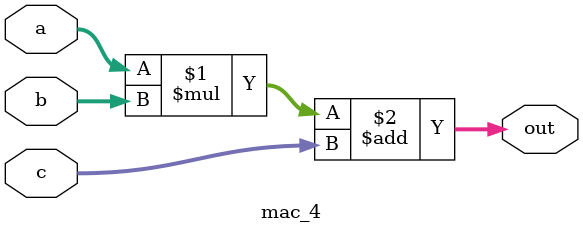
<source format=v>


module mac_4(a, b, c, out);
parameter DATA_WIDTH = 4;  /* declare a parameter. default required */
input [DATA_WIDTH - 1 : 0] a, b, c;
output [DATA_WIDTH - 1 : 0] out;

assign out = a * b + c;

endmodule










</source>
